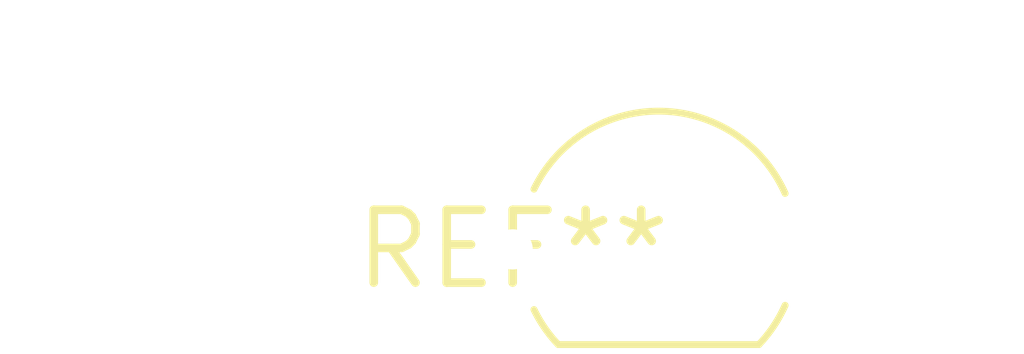
<source format=kicad_pcb>
(kicad_pcb (version 20240108) (generator pcbnew)
  (layers (0 "F.Cu" signal) (31 "B.Cu" signal) (34 "B.Paste" user) (35 "F.Paste" user) (36 "B.SilkS" user "B.Silkscreen") (37 "F.SilkS" user "F.Silkscreen") (38 "B.Mask" user) (39 "F.Mask" user) (44 "Edge.Cuts" user))
  (net 0 "")
  (footprint "SOD-70_P5.08mm" (layer "F.Cu") (at 0 0)
    (property "Reference" "REF**")
    (property "Value" "SOD-70_P5.08mm")
    (fp_line (start 4.287141 1.66) (end 0.792859 1.66) (layer "F.SilkS") (stroke (width 0.12)))
    (fp_arc (start 0.37076 -1.05) (mid 2.5811 -2.40965) (end 4.743786 -0.975412) (layer "F.SilkS") (stroke (width 0.12)))
    (fp_arc (start 0.79286 1.66) (mid 0.5582 1.371338) (end 0.370761 1.05) (layer "F.SilkS") (stroke (width 0.12)))
    (fp_arc (start 4.743786 0.975412) (mid 4.544899 1.337341) (end 4.287141 1.66) (layer "F.SilkS") (stroke (width 0.12)))
    (pad "1" thru_hole rect (at 0 0) (size 1.2 1.7) (drill 0.7) (layers *.Cu *.Mask) (remove_unused_layers))
    (pad "2" thru_hole oval (at 5.08 0) (size 1.2 1.7) (drill 0.7) (layers *.Cu *.Mask) (remove_unused_layers))
  )
)
</source>
